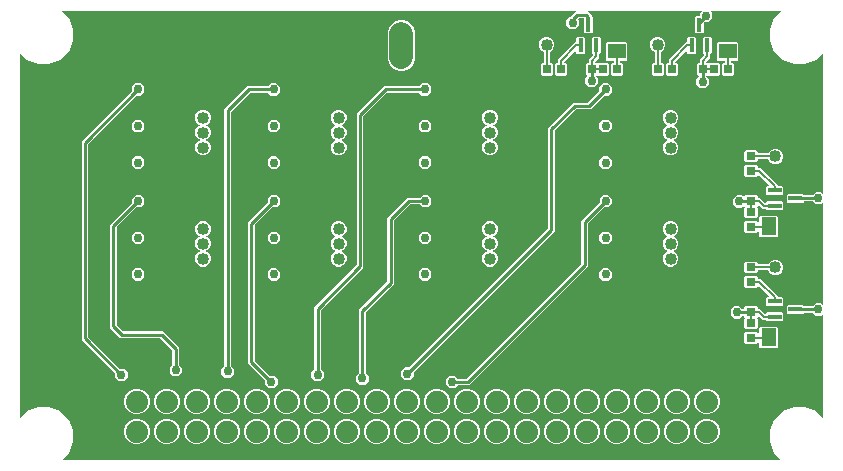
<source format=gbr>
G04 EAGLE Gerber RS-274X export*
G75*
%MOMM*%
%FSLAX34Y34*%
%LPD*%
%INTop Copper*%
%IPPOS*%
%AMOC8*
5,1,8,0,0,1.08239X$1,22.5*%
G01*
%ADD10C,1.879600*%
%ADD11R,1.016000X1.016000*%
%ADD12C,1.016000*%
%ADD13C,2.000000*%
%ADD14R,0.457200X1.168400*%
%ADD15R,0.700000X0.800000*%
%ADD16R,1.500000X1.300000*%
%ADD17R,1.168400X0.457200*%
%ADD18R,0.800000X0.700000*%
%ADD19R,1.300000X1.500000*%
%ADD20C,0.756400*%
%ADD21C,0.254000*%
%ADD22C,0.200000*%

G36*
X654148Y10169D02*
X654148Y10169D01*
X654162Y10167D01*
X654164Y10180D01*
X654185Y10197D01*
X654169Y10218D01*
X654173Y10245D01*
X648670Y15748D01*
X644839Y24995D01*
X644839Y35005D01*
X648670Y44252D01*
X655748Y51330D01*
X664995Y55161D01*
X675005Y55161D01*
X684252Y51330D01*
X689755Y45827D01*
X689769Y45826D01*
X689777Y45815D01*
X689784Y45820D01*
X689785Y45818D01*
X689790Y45818D01*
X689796Y45822D01*
X689814Y45819D01*
X689817Y45838D01*
X689837Y45854D01*
X689834Y45858D01*
X689839Y45862D01*
X689839Y133816D01*
X689831Y133826D01*
X689833Y133840D01*
X689820Y133842D01*
X689803Y133863D01*
X689782Y133847D01*
X689755Y133850D01*
X688198Y132293D01*
X683802Y132293D01*
X681304Y134791D01*
X681278Y134795D01*
X681269Y134805D01*
X673973Y134805D01*
X673952Y134789D01*
X673938Y134791D01*
X673037Y133889D01*
X660089Y133889D01*
X659196Y134782D01*
X659196Y140618D01*
X660089Y141511D01*
X673037Y141511D01*
X673930Y140618D01*
X673930Y140444D01*
X673966Y140397D01*
X673973Y140402D01*
X673979Y140395D01*
X681269Y140395D01*
X681291Y140411D01*
X681304Y140409D01*
X683802Y142907D01*
X688198Y142907D01*
X689755Y141350D01*
X689769Y141348D01*
X689777Y141337D01*
X689787Y141345D01*
X689814Y141342D01*
X689818Y141368D01*
X689839Y141384D01*
X689839Y227916D01*
X689831Y227926D01*
X689833Y227940D01*
X689820Y227942D01*
X689803Y227963D01*
X689782Y227947D01*
X689755Y227950D01*
X688198Y226393D01*
X683802Y226393D01*
X681304Y228891D01*
X681278Y228895D01*
X681269Y228905D01*
X673979Y228905D01*
X673932Y228869D01*
X673937Y228862D01*
X673930Y228856D01*
X673930Y228782D01*
X673037Y227889D01*
X660089Y227889D01*
X659196Y228782D01*
X659196Y234618D01*
X660089Y235511D01*
X673037Y235511D01*
X673930Y234618D01*
X673930Y234544D01*
X673966Y234497D01*
X673973Y234502D01*
X673979Y234495D01*
X681269Y234495D01*
X681291Y234511D01*
X681304Y234509D01*
X683802Y237007D01*
X688198Y237007D01*
X689755Y235450D01*
X689769Y235448D01*
X689777Y235437D01*
X689787Y235445D01*
X689814Y235442D01*
X689818Y235468D01*
X689839Y235484D01*
X689839Y354138D01*
X689831Y354148D01*
X689833Y354162D01*
X689820Y354164D01*
X689803Y354185D01*
X689786Y354172D01*
X689775Y354172D01*
X689773Y354170D01*
X689755Y354173D01*
X684252Y348670D01*
X675005Y344839D01*
X664995Y344839D01*
X655748Y348670D01*
X648670Y355748D01*
X644839Y364995D01*
X644839Y375005D01*
X648670Y384252D01*
X654173Y389755D01*
X654174Y389766D01*
X654175Y389766D01*
X654174Y389767D01*
X654174Y389769D01*
X654185Y389777D01*
X654177Y389787D01*
X654181Y389814D01*
X654154Y389818D01*
X654138Y389839D01*
X594842Y389839D01*
X594832Y389831D01*
X594818Y389833D01*
X594816Y389820D01*
X594795Y389803D01*
X594811Y389782D01*
X594808Y389755D01*
X596307Y388256D01*
X596307Y383860D01*
X593198Y380751D01*
X589666Y380751D01*
X589645Y380735D01*
X589631Y380737D01*
X589125Y380231D01*
X589121Y380204D01*
X589111Y380196D01*
X589111Y372089D01*
X588218Y371196D01*
X582382Y371196D01*
X581489Y372089D01*
X581489Y385037D01*
X582382Y385930D01*
X585644Y385930D01*
X585691Y385966D01*
X585687Y385971D01*
X585691Y385974D01*
X585690Y385976D01*
X585693Y385979D01*
X585693Y388256D01*
X587192Y389755D01*
X587194Y389766D01*
X587195Y389766D01*
X587194Y389767D01*
X587194Y389769D01*
X587205Y389777D01*
X587197Y389787D01*
X587200Y389814D01*
X587174Y389818D01*
X587158Y389839D01*
X490890Y389839D01*
X490879Y389831D01*
X490866Y389833D01*
X490864Y389820D01*
X490843Y389803D01*
X490859Y389782D01*
X490855Y389755D01*
X492467Y388143D01*
X494095Y386516D01*
X494095Y385979D01*
X494131Y385932D01*
X494138Y385937D01*
X494144Y385930D01*
X494218Y385930D01*
X495111Y385037D01*
X495111Y372089D01*
X494218Y371196D01*
X488382Y371196D01*
X487489Y372089D01*
X487489Y384156D01*
X487453Y384203D01*
X487446Y384198D01*
X487440Y384205D01*
X483178Y384205D01*
X483157Y384189D01*
X483143Y384191D01*
X482263Y383311D01*
X482262Y383298D01*
X482253Y383292D01*
X482260Y383284D01*
X482255Y383252D01*
X482265Y383251D01*
X482263Y383241D01*
X483307Y382198D01*
X483307Y377802D01*
X480198Y374693D01*
X475802Y374693D01*
X472693Y377802D01*
X472693Y382198D01*
X475802Y385307D01*
X476334Y385307D01*
X476355Y385323D01*
X476369Y385321D01*
X476857Y385809D01*
X480803Y389755D01*
X480804Y389766D01*
X480805Y389766D01*
X480805Y389767D01*
X480805Y389769D01*
X480815Y389777D01*
X480807Y389787D01*
X480811Y389814D01*
X480784Y389818D01*
X480768Y389839D01*
X45862Y389839D01*
X45852Y389831D01*
X45838Y389833D01*
X45836Y389820D01*
X45815Y389803D01*
X45831Y389782D01*
X45827Y389755D01*
X51330Y384252D01*
X55161Y375005D01*
X55161Y364995D01*
X51330Y355748D01*
X44252Y348670D01*
X35005Y344839D01*
X24995Y344839D01*
X15748Y348670D01*
X10245Y354173D01*
X10231Y354174D01*
X10223Y354185D01*
X10213Y354177D01*
X10186Y354181D01*
X10182Y354154D01*
X10161Y354138D01*
X10161Y45862D01*
X10169Y45852D01*
X10167Y45838D01*
X10180Y45836D01*
X10197Y45815D01*
X10207Y45822D01*
X10210Y45818D01*
X10215Y45818D01*
X10230Y45829D01*
X10245Y45827D01*
X15748Y51330D01*
X24995Y55161D01*
X35005Y55161D01*
X44252Y51330D01*
X51330Y44252D01*
X55161Y35005D01*
X55161Y24995D01*
X51330Y15748D01*
X45827Y10245D01*
X45826Y10231D01*
X45815Y10223D01*
X45823Y10213D01*
X45819Y10186D01*
X45846Y10182D01*
X45862Y10161D01*
X654138Y10161D01*
X654148Y10169D01*
G37*
%LPC*%
G36*
X335802Y77693D02*
X335802Y77693D01*
X332693Y80802D01*
X332693Y85198D01*
X335802Y88307D01*
X339334Y88307D01*
X339355Y88323D01*
X339369Y88321D01*
X457191Y206143D01*
X457193Y206156D01*
X457201Y206162D01*
X457195Y206170D01*
X457205Y206178D01*
X457205Y291158D01*
X478524Y312476D01*
X490822Y312476D01*
X490843Y312492D01*
X490857Y312490D01*
X500679Y322312D01*
X500682Y322336D01*
X500691Y322343D01*
X500690Y322345D01*
X500693Y322347D01*
X500693Y325879D01*
X503802Y328988D01*
X508198Y328988D01*
X511307Y325879D01*
X511307Y321483D01*
X508198Y318375D01*
X504666Y318375D01*
X504645Y318358D01*
X504631Y318360D01*
X493158Y306887D01*
X480859Y306887D01*
X480838Y306870D01*
X480824Y306872D01*
X462809Y288857D01*
X462807Y288838D01*
X462797Y288831D01*
X462800Y288826D01*
X462795Y288822D01*
X462795Y203842D01*
X343321Y84369D01*
X343319Y84352D01*
X343309Y84345D01*
X343313Y84339D01*
X343307Y84334D01*
X343307Y80802D01*
X340198Y77693D01*
X335802Y77693D01*
G37*
%LPD*%
%LPC*%
G36*
X259802Y76693D02*
X259802Y76693D01*
X256693Y79802D01*
X256693Y84198D01*
X259191Y86696D01*
X259195Y86722D01*
X259205Y86730D01*
X259205Y139158D01*
X295191Y175143D01*
X295195Y175170D01*
X295205Y175178D01*
X295205Y303158D01*
X318524Y326476D01*
X348269Y326476D01*
X348291Y326492D01*
X348304Y326490D01*
X350802Y328988D01*
X355198Y328988D01*
X358307Y325879D01*
X358307Y321483D01*
X355198Y318375D01*
X350802Y318375D01*
X348304Y320872D01*
X348280Y320875D01*
X348277Y320879D01*
X348275Y320879D01*
X348269Y320887D01*
X320859Y320887D01*
X320838Y320870D01*
X320824Y320872D01*
X300809Y300857D01*
X300805Y300830D01*
X300795Y300822D01*
X300795Y172842D01*
X264809Y136857D01*
X264808Y136846D01*
X264806Y136845D01*
X264807Y136844D01*
X264805Y136830D01*
X264795Y136822D01*
X264795Y86730D01*
X264811Y86709D01*
X264809Y86696D01*
X267307Y84198D01*
X267307Y79802D01*
X264198Y76693D01*
X259802Y76693D01*
G37*
%LPD*%
%LPC*%
G36*
X93802Y76693D02*
X93802Y76693D01*
X90693Y79802D01*
X90693Y83334D01*
X90677Y83355D01*
X90679Y83369D01*
X62205Y111842D01*
X62205Y279839D01*
X104679Y322312D01*
X104682Y322336D01*
X104691Y322343D01*
X104690Y322345D01*
X104693Y322347D01*
X104693Y325879D01*
X107802Y328988D01*
X112198Y328988D01*
X115307Y325879D01*
X115307Y321483D01*
X112198Y318375D01*
X108666Y318375D01*
X108645Y318358D01*
X108631Y318360D01*
X67809Y277538D01*
X67805Y277511D01*
X67795Y277503D01*
X67795Y114178D01*
X67811Y114157D01*
X67809Y114143D01*
X94631Y87321D01*
X94658Y87317D01*
X94666Y87307D01*
X98198Y87307D01*
X101307Y84198D01*
X101307Y79802D01*
X98198Y76693D01*
X93802Y76693D01*
G37*
%LPD*%
%LPC*%
G36*
X183802Y79693D02*
X183802Y79693D01*
X180693Y82802D01*
X180693Y87198D01*
X183191Y89696D01*
X183195Y89722D01*
X183205Y89731D01*
X183205Y307158D01*
X202524Y326476D01*
X220269Y326476D01*
X220291Y326492D01*
X220304Y326490D01*
X222802Y328988D01*
X227198Y328988D01*
X230307Y325879D01*
X230307Y321483D01*
X227198Y318375D01*
X222802Y318375D01*
X220304Y320872D01*
X220280Y320875D01*
X220277Y320879D01*
X220275Y320879D01*
X220269Y320887D01*
X204859Y320887D01*
X204838Y320870D01*
X204824Y320872D01*
X188809Y304857D01*
X188807Y304844D01*
X188798Y304837D01*
X188804Y304829D01*
X188795Y304822D01*
X188795Y89731D01*
X188811Y89709D01*
X188809Y89696D01*
X191307Y87198D01*
X191307Y82802D01*
X188198Y79693D01*
X183802Y79693D01*
G37*
%LPD*%
%LPC*%
G36*
X373802Y70693D02*
X373802Y70693D01*
X370693Y73802D01*
X370693Y78198D01*
X373802Y81307D01*
X378198Y81307D01*
X380696Y78809D01*
X380722Y78805D01*
X380731Y78795D01*
X387822Y78795D01*
X387843Y78811D01*
X387857Y78809D01*
X485291Y176243D01*
X485293Y176260D01*
X485303Y176268D01*
X485299Y176273D01*
X485305Y176278D01*
X485305Y212280D01*
X500779Y227754D01*
X500782Y227776D01*
X500791Y227783D01*
X500789Y227786D01*
X500793Y227789D01*
X500793Y231321D01*
X503902Y234429D01*
X508298Y234429D01*
X511407Y231321D01*
X511407Y226925D01*
X508298Y223816D01*
X504766Y223816D01*
X504745Y223800D01*
X504731Y223802D01*
X490909Y209980D01*
X490905Y209953D01*
X490895Y209945D01*
X490895Y173942D01*
X390158Y73205D01*
X380731Y73205D01*
X380709Y73189D01*
X380696Y73191D01*
X378198Y70693D01*
X373802Y70693D01*
G37*
%LPD*%
%LPC*%
G36*
X139802Y80693D02*
X139802Y80693D01*
X136693Y83802D01*
X136693Y88198D01*
X139191Y90696D01*
X139193Y90713D01*
X139203Y90720D01*
X139199Y90726D01*
X139205Y90731D01*
X139205Y102822D01*
X139189Y102843D01*
X139191Y102857D01*
X128857Y113191D01*
X128830Y113195D01*
X128822Y113205D01*
X95065Y113205D01*
X86305Y121965D01*
X86305Y209280D01*
X104779Y227754D01*
X104782Y227776D01*
X104791Y227783D01*
X104789Y227786D01*
X104793Y227789D01*
X104793Y231321D01*
X107902Y234429D01*
X112298Y234429D01*
X115407Y231321D01*
X115407Y226925D01*
X112298Y223816D01*
X108766Y223816D01*
X108745Y223800D01*
X108731Y223802D01*
X91909Y206980D01*
X91905Y206953D01*
X91895Y206945D01*
X91895Y124301D01*
X91911Y124279D01*
X91909Y124266D01*
X97366Y118809D01*
X97393Y118805D01*
X97401Y118795D01*
X131158Y118795D01*
X144795Y105158D01*
X144795Y90731D01*
X144811Y90709D01*
X144809Y90696D01*
X147307Y88198D01*
X147307Y83802D01*
X144198Y80693D01*
X139802Y80693D01*
G37*
%LPD*%
%LPC*%
G36*
X297802Y73693D02*
X297802Y73693D01*
X294693Y76802D01*
X294693Y81198D01*
X297191Y83696D01*
X297194Y83720D01*
X297203Y83727D01*
X297202Y83728D01*
X297205Y83731D01*
X297205Y137158D01*
X321191Y161143D01*
X321195Y161170D01*
X321205Y161178D01*
X321205Y215158D01*
X337965Y231917D01*
X348369Y231917D01*
X348391Y231934D01*
X348404Y231932D01*
X350902Y234429D01*
X355298Y234429D01*
X358407Y231321D01*
X358407Y226925D01*
X355298Y223816D01*
X350902Y223816D01*
X348404Y226314D01*
X348380Y226317D01*
X348379Y226319D01*
X348376Y226319D01*
X348369Y226328D01*
X340301Y226328D01*
X340279Y226312D01*
X340266Y226314D01*
X326809Y212857D01*
X326807Y212844D01*
X326799Y212838D01*
X326805Y212830D01*
X326795Y212822D01*
X326795Y158842D01*
X302809Y134857D01*
X302806Y134833D01*
X302797Y134826D01*
X302798Y134824D01*
X302795Y134822D01*
X302795Y83731D01*
X302811Y83709D01*
X302809Y83696D01*
X305307Y81198D01*
X305307Y76802D01*
X302198Y73693D01*
X297802Y73693D01*
G37*
%LPD*%
%LPC*%
G36*
X220802Y70693D02*
X220802Y70693D01*
X217693Y73802D01*
X217693Y77334D01*
X217677Y77355D01*
X217679Y77369D01*
X203205Y91842D01*
X203205Y211180D01*
X219779Y227754D01*
X219782Y227776D01*
X219791Y227783D01*
X219789Y227786D01*
X219793Y227789D01*
X219793Y231321D01*
X222902Y234429D01*
X227298Y234429D01*
X230407Y231321D01*
X230407Y226925D01*
X227298Y223816D01*
X223766Y223816D01*
X223745Y223800D01*
X223731Y223802D01*
X208809Y208880D01*
X208806Y208856D01*
X208797Y208849D01*
X208798Y208847D01*
X208795Y208845D01*
X208795Y94178D01*
X208811Y94157D01*
X208809Y94143D01*
X221631Y81321D01*
X221658Y81317D01*
X221666Y81307D01*
X225198Y81307D01*
X228307Y78198D01*
X228307Y73802D01*
X225198Y70693D01*
X220802Y70693D01*
G37*
%LPD*%
%LPC*%
G36*
X330708Y339475D02*
X330708Y339475D01*
X326472Y341230D01*
X323230Y344472D01*
X321475Y348708D01*
X321475Y373292D01*
X323230Y377528D01*
X326472Y380770D01*
X330708Y382525D01*
X335292Y382525D01*
X339528Y380770D01*
X342770Y377528D01*
X344525Y373292D01*
X344525Y348708D01*
X342770Y344472D01*
X339528Y341230D01*
X335292Y339475D01*
X330708Y339475D01*
G37*
%LPD*%
%LPC*%
G36*
X624368Y120575D02*
X624368Y120575D01*
X623475Y121468D01*
X623475Y129732D01*
X624009Y130265D01*
X624017Y130324D01*
X624008Y130325D01*
X624009Y130335D01*
X623475Y130868D01*
X623475Y132156D01*
X623439Y132203D01*
X623432Y132198D01*
X623426Y132205D01*
X621731Y132205D01*
X621709Y132189D01*
X621696Y132191D01*
X619198Y129693D01*
X614802Y129693D01*
X611693Y132802D01*
X611693Y137198D01*
X614802Y140307D01*
X619198Y140307D01*
X621696Y137809D01*
X621722Y137805D01*
X621731Y137795D01*
X623426Y137795D01*
X623473Y137831D01*
X623468Y137838D01*
X623475Y137844D01*
X623475Y139132D01*
X624368Y140025D01*
X633632Y140025D01*
X634525Y139132D01*
X634525Y137574D01*
X634561Y137527D01*
X634568Y137532D01*
X634574Y137525D01*
X637046Y137525D01*
X640831Y133739D01*
X640857Y133736D01*
X640862Y133729D01*
X640863Y133729D01*
X640866Y133725D01*
X641621Y133725D01*
X641668Y133761D01*
X641666Y133763D01*
X641668Y133765D01*
X641665Y133770D01*
X641670Y133774D01*
X641670Y134118D01*
X642563Y135011D01*
X655511Y135011D01*
X656404Y134118D01*
X656404Y128282D01*
X655511Y127389D01*
X642563Y127389D01*
X641670Y128282D01*
X641670Y128626D01*
X641634Y128673D01*
X641627Y128668D01*
X641621Y128675D01*
X638754Y128675D01*
X634969Y132461D01*
X634942Y132465D01*
X634934Y132475D01*
X634574Y132475D01*
X634527Y132439D01*
X634532Y132432D01*
X634525Y132426D01*
X634525Y130868D01*
X633991Y130335D01*
X633983Y130276D01*
X633992Y130275D01*
X633991Y130265D01*
X634525Y129732D01*
X634525Y121468D01*
X633632Y120575D01*
X624368Y120575D01*
G37*
%LPD*%
%LPC*%
G36*
X585802Y324693D02*
X585802Y324693D01*
X582693Y327802D01*
X582693Y332198D01*
X585191Y334696D01*
X585195Y334722D01*
X585205Y334731D01*
X585205Y335426D01*
X585169Y335473D01*
X585162Y335468D01*
X585156Y335475D01*
X583868Y335475D01*
X582975Y336368D01*
X582975Y345632D01*
X583868Y346525D01*
X585426Y346525D01*
X585473Y346561D01*
X585468Y346568D01*
X585475Y346574D01*
X585475Y349046D01*
X589261Y352831D01*
X589265Y352858D01*
X589275Y352866D01*
X589275Y353621D01*
X589239Y353668D01*
X589232Y353663D01*
X589226Y353670D01*
X588882Y353670D01*
X587989Y354563D01*
X587989Y367511D01*
X588882Y368404D01*
X594718Y368404D01*
X595611Y367511D01*
X595611Y354563D01*
X594718Y353670D01*
X594374Y353670D01*
X594327Y353634D01*
X594332Y353627D01*
X594325Y353621D01*
X594325Y350754D01*
X590539Y346969D01*
X590537Y346954D01*
X590527Y346946D01*
X590532Y346939D01*
X590525Y346934D01*
X590525Y346574D01*
X590561Y346527D01*
X590568Y346532D01*
X590574Y346525D01*
X592132Y346525D01*
X592665Y345991D01*
X592724Y345983D01*
X592725Y345992D01*
X592735Y345991D01*
X593268Y346525D01*
X601532Y346525D01*
X602425Y345632D01*
X602425Y336368D01*
X601532Y335475D01*
X593268Y335475D01*
X592735Y336009D01*
X592676Y336017D01*
X592675Y336008D01*
X592665Y336009D01*
X592132Y335475D01*
X590844Y335475D01*
X590797Y335439D01*
X590802Y335432D01*
X590795Y335426D01*
X590795Y334731D01*
X590811Y334709D01*
X590809Y334696D01*
X593307Y332198D01*
X593307Y327802D01*
X590198Y324693D01*
X585802Y324693D01*
G37*
%LPD*%
%LPC*%
G36*
X491802Y325693D02*
X491802Y325693D01*
X488693Y328802D01*
X488693Y333198D01*
X490886Y335391D01*
X490888Y335405D01*
X490899Y335413D01*
X490891Y335423D01*
X490894Y335450D01*
X490868Y335454D01*
X490852Y335475D01*
X489868Y335475D01*
X488975Y336368D01*
X488975Y345632D01*
X489868Y346525D01*
X491426Y346525D01*
X491473Y346561D01*
X491468Y346568D01*
X491475Y346574D01*
X491475Y349046D01*
X495261Y352831D01*
X495265Y352858D01*
X495275Y352866D01*
X495275Y353621D01*
X495239Y353668D01*
X495232Y353663D01*
X495226Y353670D01*
X494882Y353670D01*
X493989Y354563D01*
X493989Y367511D01*
X494882Y368404D01*
X500718Y368404D01*
X501611Y367511D01*
X501611Y354563D01*
X500718Y353670D01*
X500374Y353670D01*
X500327Y353634D01*
X500332Y353627D01*
X500325Y353621D01*
X500325Y350754D01*
X496539Y346969D01*
X496537Y346954D01*
X496527Y346946D01*
X496532Y346939D01*
X496525Y346934D01*
X496525Y346574D01*
X496561Y346527D01*
X496568Y346532D01*
X496574Y346525D01*
X498132Y346525D01*
X498665Y345991D01*
X498724Y345983D01*
X498725Y345992D01*
X498735Y345991D01*
X499268Y346525D01*
X507532Y346525D01*
X508425Y345632D01*
X508425Y336368D01*
X507532Y335475D01*
X499268Y335475D01*
X498735Y336009D01*
X498676Y336017D01*
X498675Y336008D01*
X498665Y336009D01*
X498132Y335475D01*
X497148Y335475D01*
X497138Y335467D01*
X497124Y335469D01*
X497122Y335456D01*
X497101Y335439D01*
X497117Y335418D01*
X497114Y335391D01*
X499307Y333198D01*
X499307Y328802D01*
X496198Y325693D01*
X491802Y325693D01*
G37*
%LPD*%
%LPC*%
G36*
X624368Y214575D02*
X624368Y214575D01*
X623475Y215468D01*
X623475Y223732D01*
X624009Y224265D01*
X624011Y224278D01*
X624021Y224286D01*
X624013Y224297D01*
X624017Y224324D01*
X624008Y224325D01*
X624009Y224335D01*
X623475Y224868D01*
X623475Y225852D01*
X623467Y225862D01*
X623469Y225876D01*
X623456Y225878D01*
X623439Y225899D01*
X623418Y225883D01*
X623391Y225886D01*
X621198Y223693D01*
X616802Y223693D01*
X613693Y226802D01*
X613693Y231198D01*
X616802Y234307D01*
X621198Y234307D01*
X623391Y232114D01*
X623405Y232112D01*
X623413Y232101D01*
X623423Y232109D01*
X623450Y232106D01*
X623454Y232132D01*
X623475Y232148D01*
X623475Y233132D01*
X624368Y234025D01*
X633632Y234025D01*
X634525Y233132D01*
X634525Y231574D01*
X634561Y231527D01*
X634568Y231532D01*
X634574Y231525D01*
X637046Y231525D01*
X640831Y227739D01*
X640858Y227735D01*
X640866Y227725D01*
X641621Y227725D01*
X641668Y227761D01*
X641663Y227768D01*
X641670Y227774D01*
X641670Y228118D01*
X642563Y229011D01*
X655511Y229011D01*
X656404Y228118D01*
X656404Y222282D01*
X655511Y221389D01*
X642563Y221389D01*
X641670Y222282D01*
X641670Y222626D01*
X641634Y222673D01*
X641627Y222668D01*
X641621Y222675D01*
X638754Y222675D01*
X634969Y226461D01*
X634944Y226464D01*
X634942Y226467D01*
X634940Y226467D01*
X634934Y226475D01*
X634574Y226475D01*
X634527Y226439D01*
X634531Y226434D01*
X634527Y226431D01*
X634528Y226429D01*
X634525Y226426D01*
X634525Y224868D01*
X633991Y224335D01*
X633989Y224321D01*
X633979Y224313D01*
X633987Y224303D01*
X633983Y224276D01*
X633992Y224275D01*
X633991Y224265D01*
X634525Y223732D01*
X634525Y215468D01*
X633632Y214575D01*
X624368Y214575D01*
G37*
%LPD*%
%LPC*%
G36*
X559686Y267862D02*
X559686Y267862D01*
X557259Y268867D01*
X555401Y270725D01*
X554395Y273153D01*
X554395Y275780D01*
X555401Y278208D01*
X557259Y280066D01*
X558961Y280771D01*
X558968Y280783D01*
X558981Y280786D01*
X558978Y280799D01*
X558991Y280822D01*
X558968Y280836D01*
X558961Y280862D01*
X557259Y281567D01*
X555401Y283425D01*
X554395Y285853D01*
X554395Y288480D01*
X555401Y290908D01*
X557259Y292766D01*
X558655Y293344D01*
X558662Y293356D01*
X558675Y293359D01*
X558671Y293372D01*
X558685Y293395D01*
X558662Y293409D01*
X558655Y293435D01*
X557259Y294013D01*
X555401Y295871D01*
X554395Y298299D01*
X554395Y300926D01*
X555401Y303354D01*
X557259Y305212D01*
X559686Y306217D01*
X562314Y306217D01*
X564741Y305212D01*
X566599Y303354D01*
X567605Y300926D01*
X567605Y298299D01*
X566599Y295871D01*
X564741Y294013D01*
X563345Y293435D01*
X563338Y293423D01*
X563325Y293420D01*
X563329Y293407D01*
X563315Y293384D01*
X563338Y293370D01*
X563345Y293344D01*
X564741Y292766D01*
X566599Y290908D01*
X567605Y288480D01*
X567605Y285853D01*
X566599Y283425D01*
X564741Y281567D01*
X563039Y280862D01*
X563032Y280850D01*
X563019Y280847D01*
X563022Y280834D01*
X563009Y280811D01*
X563032Y280797D01*
X563039Y280771D01*
X564741Y280066D01*
X566599Y278208D01*
X567605Y275780D01*
X567605Y273153D01*
X566599Y270725D01*
X564741Y268867D01*
X562314Y267862D01*
X559686Y267862D01*
G37*
%LPD*%
%LPC*%
G36*
X406686Y267862D02*
X406686Y267862D01*
X404259Y268867D01*
X402401Y270725D01*
X401395Y273153D01*
X401395Y275780D01*
X402401Y278208D01*
X404259Y280066D01*
X405961Y280771D01*
X405968Y280783D01*
X405981Y280786D01*
X405978Y280799D01*
X405991Y280822D01*
X405968Y280836D01*
X405961Y280862D01*
X404259Y281567D01*
X402401Y283425D01*
X401395Y285853D01*
X401395Y288480D01*
X402401Y290908D01*
X404259Y292766D01*
X405655Y293344D01*
X405662Y293356D01*
X405675Y293359D01*
X405671Y293372D01*
X405685Y293395D01*
X405662Y293409D01*
X405655Y293435D01*
X404259Y294013D01*
X402401Y295871D01*
X401395Y298299D01*
X401395Y300926D01*
X402401Y303354D01*
X404259Y305212D01*
X406686Y306217D01*
X409314Y306217D01*
X411741Y305212D01*
X413599Y303354D01*
X414605Y300926D01*
X414605Y298299D01*
X413599Y295871D01*
X411741Y294013D01*
X410345Y293435D01*
X410338Y293423D01*
X410325Y293420D01*
X410329Y293407D01*
X410315Y293384D01*
X410338Y293370D01*
X410345Y293344D01*
X411741Y292766D01*
X413599Y290908D01*
X414605Y288480D01*
X414605Y285853D01*
X413599Y283425D01*
X411741Y281567D01*
X410039Y280862D01*
X410032Y280850D01*
X410019Y280847D01*
X410022Y280834D01*
X410009Y280811D01*
X410032Y280797D01*
X410039Y280771D01*
X411741Y280066D01*
X413599Y278208D01*
X414605Y275780D01*
X414605Y273153D01*
X413599Y270725D01*
X411741Y268867D01*
X409314Y267862D01*
X406686Y267862D01*
G37*
%LPD*%
%LPC*%
G36*
X278686Y267862D02*
X278686Y267862D01*
X276259Y268867D01*
X274401Y270725D01*
X273395Y273153D01*
X273395Y275780D01*
X274401Y278208D01*
X276259Y280066D01*
X277961Y280771D01*
X277968Y280783D01*
X277981Y280786D01*
X277978Y280799D01*
X277991Y280822D01*
X277968Y280836D01*
X277961Y280862D01*
X276259Y281567D01*
X274401Y283425D01*
X273395Y285853D01*
X273395Y288480D01*
X274401Y290908D01*
X276259Y292766D01*
X277655Y293344D01*
X277662Y293356D01*
X277675Y293359D01*
X277671Y293372D01*
X277685Y293395D01*
X277662Y293409D01*
X277655Y293435D01*
X276259Y294013D01*
X274401Y295871D01*
X273395Y298299D01*
X273395Y300926D01*
X274401Y303354D01*
X276259Y305212D01*
X278686Y306217D01*
X281314Y306217D01*
X283741Y305212D01*
X285599Y303354D01*
X286605Y300926D01*
X286605Y298299D01*
X285599Y295871D01*
X283741Y294013D01*
X282345Y293435D01*
X282338Y293423D01*
X282325Y293420D01*
X282329Y293407D01*
X282315Y293384D01*
X282338Y293370D01*
X282345Y293344D01*
X283741Y292766D01*
X285599Y290908D01*
X286605Y288480D01*
X286605Y285853D01*
X285599Y283425D01*
X283741Y281567D01*
X282039Y280862D01*
X282032Y280850D01*
X282019Y280847D01*
X282022Y280834D01*
X282009Y280811D01*
X282032Y280797D01*
X282039Y280771D01*
X283741Y280066D01*
X285599Y278208D01*
X286605Y275780D01*
X286605Y273153D01*
X285599Y270725D01*
X283741Y268867D01*
X281314Y267862D01*
X278686Y267862D01*
G37*
%LPD*%
%LPC*%
G36*
X163686Y267862D02*
X163686Y267862D01*
X161259Y268867D01*
X159401Y270725D01*
X158395Y273153D01*
X158395Y275780D01*
X159401Y278208D01*
X161259Y280066D01*
X162961Y280771D01*
X162968Y280783D01*
X162981Y280786D01*
X162978Y280799D01*
X162991Y280822D01*
X162968Y280836D01*
X162961Y280862D01*
X161259Y281567D01*
X159401Y283425D01*
X158395Y285853D01*
X158395Y288480D01*
X159401Y290908D01*
X161259Y292766D01*
X162655Y293344D01*
X162662Y293356D01*
X162675Y293359D01*
X162671Y293372D01*
X162685Y293395D01*
X162662Y293409D01*
X162655Y293435D01*
X161259Y294013D01*
X159401Y295871D01*
X158395Y298299D01*
X158395Y300926D01*
X159401Y303354D01*
X161259Y305212D01*
X163686Y306217D01*
X166314Y306217D01*
X168741Y305212D01*
X170599Y303354D01*
X171605Y300926D01*
X171605Y298299D01*
X170599Y295871D01*
X168741Y294013D01*
X167345Y293435D01*
X167338Y293423D01*
X167325Y293420D01*
X167329Y293407D01*
X167315Y293384D01*
X167338Y293370D01*
X167345Y293344D01*
X168741Y292766D01*
X170599Y290908D01*
X171605Y288480D01*
X171605Y285853D01*
X170599Y283425D01*
X168741Y281567D01*
X167039Y280862D01*
X167032Y280850D01*
X167019Y280847D01*
X167022Y280834D01*
X167009Y280811D01*
X167032Y280797D01*
X167039Y280771D01*
X168741Y280066D01*
X170599Y278208D01*
X171605Y275780D01*
X171605Y273153D01*
X170599Y270725D01*
X168741Y268867D01*
X166314Y267862D01*
X163686Y267862D01*
G37*
%LPD*%
%LPC*%
G36*
X406686Y173803D02*
X406686Y173803D01*
X404259Y174809D01*
X402401Y176667D01*
X401395Y179094D01*
X401395Y181722D01*
X402401Y184149D01*
X404259Y186007D01*
X405961Y186713D01*
X405968Y186724D01*
X405981Y186728D01*
X405978Y186741D01*
X405991Y186764D01*
X405968Y186777D01*
X405961Y186804D01*
X404259Y187509D01*
X402401Y189367D01*
X401395Y191794D01*
X401395Y194422D01*
X402401Y196849D01*
X404259Y198707D01*
X405655Y199286D01*
X405662Y199297D01*
X405675Y199301D01*
X405672Y199310D01*
X405681Y199317D01*
X405676Y199323D01*
X405685Y199337D01*
X405662Y199350D01*
X405655Y199377D01*
X404259Y199955D01*
X402401Y201813D01*
X401395Y204240D01*
X401395Y206868D01*
X402401Y209295D01*
X404259Y211153D01*
X406686Y212159D01*
X409314Y212159D01*
X411741Y211153D01*
X413599Y209295D01*
X414605Y206868D01*
X414605Y204240D01*
X413599Y201813D01*
X411741Y199955D01*
X410345Y199377D01*
X410338Y199365D01*
X410325Y199361D01*
X410328Y199350D01*
X410319Y199343D01*
X410323Y199338D01*
X410315Y199325D01*
X410338Y199312D01*
X410345Y199286D01*
X411741Y198707D01*
X413599Y196849D01*
X414605Y194422D01*
X414605Y191794D01*
X413599Y189367D01*
X411741Y187509D01*
X410039Y186804D01*
X410032Y186792D01*
X410019Y186788D01*
X410022Y186775D01*
X410009Y186752D01*
X410032Y186739D01*
X410039Y186713D01*
X411741Y186007D01*
X413599Y184149D01*
X414605Y181722D01*
X414605Y179094D01*
X413599Y176667D01*
X411741Y174809D01*
X409314Y173803D01*
X406686Y173803D01*
G37*
%LPD*%
%LPC*%
G36*
X559686Y173803D02*
X559686Y173803D01*
X557259Y174809D01*
X555401Y176667D01*
X554395Y179094D01*
X554395Y181722D01*
X555401Y184149D01*
X557259Y186007D01*
X558961Y186713D01*
X558968Y186724D01*
X558981Y186728D01*
X558978Y186741D01*
X558991Y186764D01*
X558968Y186777D01*
X558961Y186804D01*
X557259Y187509D01*
X555401Y189367D01*
X554395Y191794D01*
X554395Y194422D01*
X555401Y196849D01*
X557259Y198707D01*
X558655Y199286D01*
X558662Y199297D01*
X558675Y199301D01*
X558672Y199310D01*
X558681Y199317D01*
X558676Y199323D01*
X558685Y199337D01*
X558662Y199350D01*
X558655Y199377D01*
X557259Y199955D01*
X555401Y201813D01*
X554395Y204240D01*
X554395Y206868D01*
X555401Y209295D01*
X557259Y211153D01*
X559686Y212159D01*
X562314Y212159D01*
X564741Y211153D01*
X566599Y209295D01*
X567605Y206868D01*
X567605Y204240D01*
X566599Y201813D01*
X564741Y199955D01*
X563345Y199377D01*
X563338Y199365D01*
X563325Y199361D01*
X563328Y199350D01*
X563319Y199343D01*
X563323Y199338D01*
X563315Y199325D01*
X563338Y199312D01*
X563345Y199286D01*
X564741Y198707D01*
X566599Y196849D01*
X567605Y194422D01*
X567605Y191794D01*
X566599Y189367D01*
X564741Y187509D01*
X563039Y186804D01*
X563032Y186792D01*
X563019Y186788D01*
X563022Y186775D01*
X563009Y186752D01*
X563032Y186739D01*
X563039Y186713D01*
X564741Y186007D01*
X566599Y184149D01*
X567605Y181722D01*
X567605Y179094D01*
X566599Y176667D01*
X564741Y174809D01*
X562314Y173803D01*
X559686Y173803D01*
G37*
%LPD*%
%LPC*%
G36*
X163686Y173803D02*
X163686Y173803D01*
X161259Y174809D01*
X159401Y176667D01*
X158395Y179094D01*
X158395Y181722D01*
X159401Y184149D01*
X161259Y186007D01*
X162961Y186713D01*
X162968Y186724D01*
X162981Y186728D01*
X162978Y186741D01*
X162991Y186764D01*
X162968Y186777D01*
X162961Y186804D01*
X161259Y187509D01*
X159401Y189367D01*
X158395Y191794D01*
X158395Y194422D01*
X159401Y196849D01*
X161259Y198707D01*
X162655Y199286D01*
X162662Y199297D01*
X162675Y199301D01*
X162672Y199310D01*
X162681Y199317D01*
X162676Y199323D01*
X162685Y199337D01*
X162662Y199350D01*
X162655Y199377D01*
X161259Y199955D01*
X159401Y201813D01*
X158395Y204240D01*
X158395Y206868D01*
X159401Y209295D01*
X161259Y211153D01*
X163686Y212159D01*
X166314Y212159D01*
X168741Y211153D01*
X170599Y209295D01*
X171605Y206868D01*
X171605Y204240D01*
X170599Y201813D01*
X168741Y199955D01*
X167345Y199377D01*
X167338Y199365D01*
X167325Y199361D01*
X167328Y199350D01*
X167319Y199343D01*
X167323Y199338D01*
X167315Y199325D01*
X167338Y199312D01*
X167345Y199286D01*
X168741Y198707D01*
X170599Y196849D01*
X171605Y194422D01*
X171605Y191794D01*
X170599Y189367D01*
X168741Y187509D01*
X167039Y186804D01*
X167032Y186792D01*
X167019Y186788D01*
X167022Y186775D01*
X167009Y186752D01*
X167032Y186739D01*
X167039Y186713D01*
X168741Y186007D01*
X170599Y184149D01*
X171605Y181722D01*
X171605Y179094D01*
X170599Y176667D01*
X168741Y174809D01*
X166314Y173803D01*
X163686Y173803D01*
G37*
%LPD*%
%LPC*%
G36*
X278686Y173803D02*
X278686Y173803D01*
X276259Y174809D01*
X274401Y176667D01*
X273395Y179094D01*
X273395Y181722D01*
X274401Y184149D01*
X276259Y186007D01*
X277961Y186713D01*
X277968Y186724D01*
X277981Y186728D01*
X277978Y186741D01*
X277991Y186764D01*
X277968Y186777D01*
X277961Y186804D01*
X276259Y187509D01*
X274401Y189367D01*
X273395Y191794D01*
X273395Y194422D01*
X274401Y196849D01*
X276259Y198707D01*
X277655Y199286D01*
X277662Y199297D01*
X277675Y199301D01*
X277672Y199310D01*
X277681Y199317D01*
X277676Y199323D01*
X277685Y199337D01*
X277662Y199350D01*
X277655Y199377D01*
X276259Y199955D01*
X274401Y201813D01*
X273395Y204240D01*
X273395Y206868D01*
X274401Y209295D01*
X276259Y211153D01*
X278686Y212159D01*
X281314Y212159D01*
X283741Y211153D01*
X285599Y209295D01*
X286605Y206868D01*
X286605Y204240D01*
X285599Y201813D01*
X283741Y199955D01*
X282345Y199377D01*
X282338Y199365D01*
X282325Y199361D01*
X282328Y199350D01*
X282319Y199343D01*
X282323Y199338D01*
X282315Y199325D01*
X282338Y199312D01*
X282345Y199286D01*
X283741Y198707D01*
X285599Y196849D01*
X286605Y194422D01*
X286605Y191794D01*
X285599Y189367D01*
X283741Y187509D01*
X282039Y186804D01*
X282032Y186792D01*
X282019Y186788D01*
X282022Y186775D01*
X282009Y186752D01*
X282032Y186739D01*
X282039Y186713D01*
X283741Y186007D01*
X285599Y184149D01*
X286605Y181722D01*
X286605Y179094D01*
X285599Y176667D01*
X283741Y174809D01*
X281314Y173803D01*
X278686Y173803D01*
G37*
%LPD*%
%LPC*%
G36*
X636968Y198775D02*
X636968Y198775D01*
X636075Y199668D01*
X636075Y205026D01*
X636039Y205073D01*
X636032Y205068D01*
X636026Y205075D01*
X634574Y205075D01*
X634527Y205039D01*
X634532Y205032D01*
X634525Y205026D01*
X634525Y203468D01*
X633632Y202575D01*
X624368Y202575D01*
X623475Y203468D01*
X623475Y211732D01*
X624368Y212625D01*
X633632Y212625D01*
X634525Y211732D01*
X634525Y210174D01*
X634561Y210127D01*
X634568Y210132D01*
X634574Y210125D01*
X636026Y210125D01*
X636073Y210161D01*
X636068Y210168D01*
X636075Y210174D01*
X636075Y215932D01*
X636968Y216825D01*
X651232Y216825D01*
X652125Y215932D01*
X652125Y199668D01*
X651232Y198775D01*
X636968Y198775D01*
G37*
%LPD*%
%LPC*%
G36*
X636968Y104775D02*
X636968Y104775D01*
X636075Y105668D01*
X636075Y111026D01*
X636039Y111073D01*
X636032Y111068D01*
X636026Y111075D01*
X634574Y111075D01*
X634527Y111039D01*
X634527Y111038D01*
X634532Y111031D01*
X634525Y111026D01*
X634525Y109468D01*
X633632Y108575D01*
X624368Y108575D01*
X623475Y109468D01*
X623475Y117732D01*
X624368Y118625D01*
X633632Y118625D01*
X634525Y117732D01*
X634525Y116174D01*
X634561Y116127D01*
X634568Y116132D01*
X634574Y116125D01*
X636026Y116125D01*
X636073Y116161D01*
X636068Y116168D01*
X636075Y116174D01*
X636075Y121932D01*
X636968Y122825D01*
X651232Y122825D01*
X652125Y121932D01*
X652125Y105668D01*
X651232Y104775D01*
X636968Y104775D01*
G37*
%LPD*%
%LPC*%
G36*
X511268Y335475D02*
X511268Y335475D01*
X510375Y336368D01*
X510375Y345632D01*
X511268Y346525D01*
X512826Y346525D01*
X512873Y346561D01*
X512868Y346568D01*
X512875Y346574D01*
X512875Y348026D01*
X512839Y348073D01*
X512832Y348068D01*
X512826Y348075D01*
X507068Y348075D01*
X506175Y348968D01*
X506175Y363232D01*
X507068Y364125D01*
X523332Y364125D01*
X524225Y363232D01*
X524225Y348968D01*
X523332Y348075D01*
X517974Y348075D01*
X517927Y348039D01*
X517932Y348033D01*
X517927Y348029D01*
X517927Y348028D01*
X517925Y348026D01*
X517925Y346574D01*
X517961Y346527D01*
X517968Y346532D01*
X517974Y346525D01*
X519532Y346525D01*
X520425Y345632D01*
X520425Y336368D01*
X519532Y335475D01*
X511268Y335475D01*
G37*
%LPD*%
%LPC*%
G36*
X605268Y335475D02*
X605268Y335475D01*
X604375Y336368D01*
X604375Y345632D01*
X605268Y346525D01*
X606826Y346525D01*
X606873Y346561D01*
X606868Y346568D01*
X606875Y346574D01*
X606875Y348026D01*
X606839Y348073D01*
X606832Y348068D01*
X606826Y348075D01*
X601068Y348075D01*
X600175Y348968D01*
X600175Y363232D01*
X601068Y364125D01*
X617332Y364125D01*
X618225Y363232D01*
X618225Y348968D01*
X617332Y348075D01*
X611974Y348075D01*
X611927Y348039D01*
X611932Y348033D01*
X611927Y348029D01*
X611927Y348028D01*
X611925Y348026D01*
X611925Y346574D01*
X611961Y346527D01*
X611968Y346532D01*
X611974Y346525D01*
X613532Y346525D01*
X614425Y345632D01*
X614425Y336368D01*
X613532Y335475D01*
X605268Y335475D01*
G37*
%LPD*%
%LPC*%
G36*
X564027Y23177D02*
X564027Y23177D01*
X560013Y24840D01*
X556940Y27913D01*
X555277Y31927D01*
X555277Y36273D01*
X556940Y40287D01*
X560013Y43360D01*
X564027Y45023D01*
X568373Y45023D01*
X572387Y43360D01*
X575460Y40287D01*
X577123Y36273D01*
X577123Y31927D01*
X575460Y27913D01*
X572387Y24840D01*
X568373Y23177D01*
X564027Y23177D01*
G37*
%LPD*%
%LPC*%
G36*
X538627Y23177D02*
X538627Y23177D01*
X534613Y24840D01*
X531540Y27913D01*
X529877Y31927D01*
X529877Y36273D01*
X531540Y40287D01*
X534613Y43360D01*
X538627Y45023D01*
X542973Y45023D01*
X546987Y43360D01*
X550060Y40287D01*
X551723Y36273D01*
X551723Y31927D01*
X550060Y27913D01*
X546987Y24840D01*
X542973Y23177D01*
X538627Y23177D01*
G37*
%LPD*%
%LPC*%
G36*
X513227Y23177D02*
X513227Y23177D01*
X509213Y24840D01*
X506140Y27913D01*
X504477Y31927D01*
X504477Y36273D01*
X506140Y40287D01*
X509213Y43360D01*
X513227Y45023D01*
X517573Y45023D01*
X521587Y43360D01*
X524660Y40287D01*
X526323Y36273D01*
X526323Y31927D01*
X524660Y27913D01*
X521587Y24840D01*
X517573Y23177D01*
X513227Y23177D01*
G37*
%LPD*%
%LPC*%
G36*
X487827Y23177D02*
X487827Y23177D01*
X483813Y24840D01*
X480740Y27913D01*
X479077Y31927D01*
X479077Y36273D01*
X480740Y40287D01*
X483813Y43360D01*
X487827Y45023D01*
X492173Y45023D01*
X496187Y43360D01*
X499260Y40287D01*
X500923Y36273D01*
X500923Y31927D01*
X499260Y27913D01*
X496187Y24840D01*
X492173Y23177D01*
X487827Y23177D01*
G37*
%LPD*%
%LPC*%
G36*
X462427Y23177D02*
X462427Y23177D01*
X458413Y24840D01*
X455340Y27913D01*
X453677Y31927D01*
X453677Y36273D01*
X455340Y40287D01*
X458413Y43360D01*
X462427Y45023D01*
X466773Y45023D01*
X470787Y43360D01*
X473860Y40287D01*
X475523Y36273D01*
X475523Y31927D01*
X473860Y27913D01*
X470787Y24840D01*
X466773Y23177D01*
X462427Y23177D01*
G37*
%LPD*%
%LPC*%
G36*
X437027Y23177D02*
X437027Y23177D01*
X433013Y24840D01*
X429940Y27913D01*
X428277Y31927D01*
X428277Y36273D01*
X429940Y40287D01*
X433013Y43360D01*
X437027Y45023D01*
X441373Y45023D01*
X445387Y43360D01*
X448460Y40287D01*
X450123Y36273D01*
X450123Y31927D01*
X448460Y27913D01*
X445387Y24840D01*
X441373Y23177D01*
X437027Y23177D01*
G37*
%LPD*%
%LPC*%
G36*
X411627Y23177D02*
X411627Y23177D01*
X407613Y24840D01*
X404540Y27913D01*
X402877Y31927D01*
X402877Y36273D01*
X404540Y40287D01*
X407613Y43360D01*
X411627Y45023D01*
X415973Y45023D01*
X419987Y43360D01*
X423060Y40287D01*
X424723Y36273D01*
X424723Y31927D01*
X423060Y27913D01*
X419987Y24840D01*
X415973Y23177D01*
X411627Y23177D01*
G37*
%LPD*%
%LPC*%
G36*
X386227Y23177D02*
X386227Y23177D01*
X382213Y24840D01*
X379140Y27913D01*
X377477Y31927D01*
X377477Y36273D01*
X379140Y40287D01*
X382213Y43360D01*
X386227Y45023D01*
X390573Y45023D01*
X394587Y43360D01*
X397660Y40287D01*
X399323Y36273D01*
X399323Y31927D01*
X397660Y27913D01*
X394587Y24840D01*
X390573Y23177D01*
X386227Y23177D01*
G37*
%LPD*%
%LPC*%
G36*
X360827Y23177D02*
X360827Y23177D01*
X356813Y24840D01*
X353740Y27913D01*
X352077Y31927D01*
X352077Y36273D01*
X353740Y40287D01*
X356813Y43360D01*
X360827Y45023D01*
X365173Y45023D01*
X369187Y43360D01*
X372260Y40287D01*
X373923Y36273D01*
X373923Y31927D01*
X372260Y27913D01*
X369187Y24840D01*
X365173Y23177D01*
X360827Y23177D01*
G37*
%LPD*%
%LPC*%
G36*
X335427Y23177D02*
X335427Y23177D01*
X331413Y24840D01*
X328340Y27913D01*
X326677Y31927D01*
X326677Y36273D01*
X328340Y40287D01*
X331413Y43360D01*
X335427Y45023D01*
X339773Y45023D01*
X343787Y43360D01*
X346860Y40287D01*
X348523Y36273D01*
X348523Y31927D01*
X346860Y27913D01*
X343787Y24840D01*
X339773Y23177D01*
X335427Y23177D01*
G37*
%LPD*%
%LPC*%
G36*
X310027Y23177D02*
X310027Y23177D01*
X306013Y24840D01*
X302940Y27913D01*
X301277Y31927D01*
X301277Y36273D01*
X302940Y40287D01*
X306013Y43360D01*
X310027Y45023D01*
X314373Y45023D01*
X318387Y43360D01*
X321460Y40287D01*
X323123Y36273D01*
X323123Y31927D01*
X321460Y27913D01*
X318387Y24840D01*
X314373Y23177D01*
X310027Y23177D01*
G37*
%LPD*%
%LPC*%
G36*
X284627Y23177D02*
X284627Y23177D01*
X280613Y24840D01*
X277540Y27913D01*
X275877Y31927D01*
X275877Y36273D01*
X277540Y40287D01*
X280613Y43360D01*
X284627Y45023D01*
X288973Y45023D01*
X292987Y43360D01*
X296060Y40287D01*
X297723Y36273D01*
X297723Y31927D01*
X296060Y27913D01*
X292987Y24840D01*
X288973Y23177D01*
X284627Y23177D01*
G37*
%LPD*%
%LPC*%
G36*
X259227Y23177D02*
X259227Y23177D01*
X255213Y24840D01*
X252140Y27913D01*
X250477Y31927D01*
X250477Y36273D01*
X252140Y40287D01*
X255213Y43360D01*
X259227Y45023D01*
X263573Y45023D01*
X267587Y43360D01*
X270660Y40287D01*
X272323Y36273D01*
X272323Y31927D01*
X270660Y27913D01*
X267587Y24840D01*
X263573Y23177D01*
X259227Y23177D01*
G37*
%LPD*%
%LPC*%
G36*
X233827Y23177D02*
X233827Y23177D01*
X229813Y24840D01*
X226740Y27913D01*
X225077Y31927D01*
X225077Y36273D01*
X226740Y40287D01*
X229813Y43360D01*
X233827Y45023D01*
X238173Y45023D01*
X242187Y43360D01*
X245260Y40287D01*
X246923Y36273D01*
X246923Y31927D01*
X245260Y27913D01*
X242187Y24840D01*
X238173Y23177D01*
X233827Y23177D01*
G37*
%LPD*%
%LPC*%
G36*
X208427Y23177D02*
X208427Y23177D01*
X204413Y24840D01*
X201340Y27913D01*
X199677Y31927D01*
X199677Y36273D01*
X201340Y40287D01*
X204413Y43360D01*
X208427Y45023D01*
X212773Y45023D01*
X216787Y43360D01*
X219860Y40287D01*
X221523Y36273D01*
X221523Y31927D01*
X219860Y27913D01*
X216787Y24840D01*
X212773Y23177D01*
X208427Y23177D01*
G37*
%LPD*%
%LPC*%
G36*
X183027Y23177D02*
X183027Y23177D01*
X179013Y24840D01*
X175940Y27913D01*
X174277Y31927D01*
X174277Y36273D01*
X175940Y40287D01*
X179013Y43360D01*
X183027Y45023D01*
X187373Y45023D01*
X191387Y43360D01*
X194460Y40287D01*
X196123Y36273D01*
X196123Y31927D01*
X194460Y27913D01*
X191387Y24840D01*
X187373Y23177D01*
X183027Y23177D01*
G37*
%LPD*%
%LPC*%
G36*
X157627Y23177D02*
X157627Y23177D01*
X153613Y24840D01*
X150540Y27913D01*
X148877Y31927D01*
X148877Y36273D01*
X150540Y40287D01*
X153613Y43360D01*
X157627Y45023D01*
X161973Y45023D01*
X165987Y43360D01*
X169060Y40287D01*
X170723Y36273D01*
X170723Y31927D01*
X169060Y27913D01*
X165987Y24840D01*
X161973Y23177D01*
X157627Y23177D01*
G37*
%LPD*%
%LPC*%
G36*
X132227Y23177D02*
X132227Y23177D01*
X128213Y24840D01*
X125140Y27913D01*
X123477Y31927D01*
X123477Y36273D01*
X125140Y40287D01*
X128213Y43360D01*
X132227Y45023D01*
X136573Y45023D01*
X140587Y43360D01*
X143660Y40287D01*
X145323Y36273D01*
X145323Y31927D01*
X143660Y27913D01*
X140587Y24840D01*
X136573Y23177D01*
X132227Y23177D01*
G37*
%LPD*%
%LPC*%
G36*
X106827Y23177D02*
X106827Y23177D01*
X102813Y24840D01*
X99740Y27913D01*
X98077Y31927D01*
X98077Y36273D01*
X99740Y40287D01*
X102813Y43360D01*
X106827Y45023D01*
X111173Y45023D01*
X115187Y43360D01*
X118260Y40287D01*
X119923Y36273D01*
X119923Y31927D01*
X118260Y27913D01*
X115187Y24840D01*
X111173Y23177D01*
X106827Y23177D01*
G37*
%LPD*%
%LPC*%
G36*
X106827Y48577D02*
X106827Y48577D01*
X102813Y50240D01*
X99740Y53313D01*
X98077Y57327D01*
X98077Y61673D01*
X99740Y65687D01*
X102813Y68760D01*
X106827Y70423D01*
X111173Y70423D01*
X115187Y68760D01*
X118260Y65687D01*
X119923Y61673D01*
X119923Y57327D01*
X118260Y53313D01*
X115187Y50240D01*
X111173Y48577D01*
X106827Y48577D01*
G37*
%LPD*%
%LPC*%
G36*
X310027Y48577D02*
X310027Y48577D01*
X306013Y50240D01*
X302940Y53313D01*
X301277Y57327D01*
X301277Y61673D01*
X302940Y65687D01*
X306013Y68760D01*
X310027Y70423D01*
X314373Y70423D01*
X318387Y68760D01*
X321460Y65687D01*
X323123Y61673D01*
X323123Y57327D01*
X321460Y53313D01*
X318387Y50240D01*
X314373Y48577D01*
X310027Y48577D01*
G37*
%LPD*%
%LPC*%
G36*
X284627Y48577D02*
X284627Y48577D01*
X280613Y50240D01*
X277540Y53313D01*
X275877Y57327D01*
X275877Y61673D01*
X277540Y65687D01*
X280613Y68760D01*
X284627Y70423D01*
X288973Y70423D01*
X292987Y68760D01*
X296060Y65687D01*
X297723Y61673D01*
X297723Y57327D01*
X296060Y53313D01*
X292987Y50240D01*
X288973Y48577D01*
X284627Y48577D01*
G37*
%LPD*%
%LPC*%
G36*
X259227Y48577D02*
X259227Y48577D01*
X255213Y50240D01*
X252140Y53313D01*
X250477Y57327D01*
X250477Y61673D01*
X252140Y65687D01*
X255213Y68760D01*
X259227Y70423D01*
X263573Y70423D01*
X267587Y68760D01*
X270660Y65687D01*
X272323Y61673D01*
X272323Y57327D01*
X270660Y53313D01*
X267587Y50240D01*
X263573Y48577D01*
X259227Y48577D01*
G37*
%LPD*%
%LPC*%
G36*
X233827Y48577D02*
X233827Y48577D01*
X229813Y50240D01*
X226740Y53313D01*
X225077Y57327D01*
X225077Y61673D01*
X226740Y65687D01*
X229813Y68760D01*
X233827Y70423D01*
X238173Y70423D01*
X242187Y68760D01*
X245260Y65687D01*
X246923Y61673D01*
X246923Y57327D01*
X245260Y53313D01*
X242187Y50240D01*
X238173Y48577D01*
X233827Y48577D01*
G37*
%LPD*%
%LPC*%
G36*
X208427Y48577D02*
X208427Y48577D01*
X204413Y50240D01*
X201340Y53313D01*
X199677Y57327D01*
X199677Y61673D01*
X201340Y65687D01*
X204413Y68760D01*
X208427Y70423D01*
X212773Y70423D01*
X216787Y68760D01*
X219860Y65687D01*
X221523Y61673D01*
X221523Y57327D01*
X219860Y53313D01*
X216787Y50240D01*
X212773Y48577D01*
X208427Y48577D01*
G37*
%LPD*%
%LPC*%
G36*
X132227Y48577D02*
X132227Y48577D01*
X128213Y50240D01*
X125140Y53313D01*
X123477Y57327D01*
X123477Y61673D01*
X125140Y65687D01*
X128213Y68760D01*
X132227Y70423D01*
X136573Y70423D01*
X140587Y68760D01*
X143660Y65687D01*
X145323Y61673D01*
X145323Y57327D01*
X143660Y53313D01*
X140587Y50240D01*
X136573Y48577D01*
X132227Y48577D01*
G37*
%LPD*%
%LPC*%
G36*
X487827Y48577D02*
X487827Y48577D01*
X483813Y50240D01*
X480740Y53313D01*
X479077Y57327D01*
X479077Y61673D01*
X480740Y65687D01*
X483813Y68760D01*
X487827Y70423D01*
X492173Y70423D01*
X496187Y68760D01*
X499260Y65687D01*
X500923Y61673D01*
X500923Y57327D01*
X499260Y53313D01*
X496187Y50240D01*
X492173Y48577D01*
X487827Y48577D01*
G37*
%LPD*%
%LPC*%
G36*
X183027Y48577D02*
X183027Y48577D01*
X179013Y50240D01*
X175940Y53313D01*
X174277Y57327D01*
X174277Y61673D01*
X175940Y65687D01*
X179013Y68760D01*
X183027Y70423D01*
X187373Y70423D01*
X191387Y68760D01*
X194460Y65687D01*
X196123Y61673D01*
X196123Y57327D01*
X194460Y53313D01*
X191387Y50240D01*
X187373Y48577D01*
X183027Y48577D01*
G37*
%LPD*%
%LPC*%
G36*
X589427Y48577D02*
X589427Y48577D01*
X585413Y50240D01*
X582340Y53313D01*
X580677Y57327D01*
X580677Y61673D01*
X582340Y65687D01*
X585413Y68760D01*
X589427Y70423D01*
X593773Y70423D01*
X597787Y68760D01*
X600860Y65687D01*
X602523Y61673D01*
X602523Y57327D01*
X600860Y53313D01*
X597787Y50240D01*
X593773Y48577D01*
X589427Y48577D01*
G37*
%LPD*%
%LPC*%
G36*
X564027Y48577D02*
X564027Y48577D01*
X560013Y50240D01*
X556940Y53313D01*
X555277Y57327D01*
X555277Y61673D01*
X556940Y65687D01*
X560013Y68760D01*
X564027Y70423D01*
X568373Y70423D01*
X572387Y68760D01*
X575460Y65687D01*
X577123Y61673D01*
X577123Y57327D01*
X575460Y53313D01*
X572387Y50240D01*
X568373Y48577D01*
X564027Y48577D01*
G37*
%LPD*%
%LPC*%
G36*
X538627Y48577D02*
X538627Y48577D01*
X534613Y50240D01*
X531540Y53313D01*
X529877Y57327D01*
X529877Y61673D01*
X531540Y65687D01*
X534613Y68760D01*
X538627Y70423D01*
X542973Y70423D01*
X546987Y68760D01*
X550060Y65687D01*
X551723Y61673D01*
X551723Y57327D01*
X550060Y53313D01*
X546987Y50240D01*
X542973Y48577D01*
X538627Y48577D01*
G37*
%LPD*%
%LPC*%
G36*
X513227Y48577D02*
X513227Y48577D01*
X509213Y50240D01*
X506140Y53313D01*
X504477Y57327D01*
X504477Y61673D01*
X506140Y65687D01*
X509213Y68760D01*
X513227Y70423D01*
X517573Y70423D01*
X521587Y68760D01*
X524660Y65687D01*
X526323Y61673D01*
X526323Y57327D01*
X524660Y53313D01*
X521587Y50240D01*
X517573Y48577D01*
X513227Y48577D01*
G37*
%LPD*%
%LPC*%
G36*
X157627Y48577D02*
X157627Y48577D01*
X153613Y50240D01*
X150540Y53313D01*
X148877Y57327D01*
X148877Y61673D01*
X150540Y65687D01*
X153613Y68760D01*
X157627Y70423D01*
X161973Y70423D01*
X165987Y68760D01*
X169060Y65687D01*
X170723Y61673D01*
X170723Y57327D01*
X169060Y53313D01*
X165987Y50240D01*
X161973Y48577D01*
X157627Y48577D01*
G37*
%LPD*%
%LPC*%
G36*
X462427Y48577D02*
X462427Y48577D01*
X458413Y50240D01*
X455340Y53313D01*
X453677Y57327D01*
X453677Y61673D01*
X455340Y65687D01*
X458413Y68760D01*
X462427Y70423D01*
X466773Y70423D01*
X470787Y68760D01*
X473860Y65687D01*
X475523Y61673D01*
X475523Y57327D01*
X473860Y53313D01*
X470787Y50240D01*
X466773Y48577D01*
X462427Y48577D01*
G37*
%LPD*%
%LPC*%
G36*
X437027Y48577D02*
X437027Y48577D01*
X433013Y50240D01*
X429940Y53313D01*
X428277Y57327D01*
X428277Y61673D01*
X429940Y65687D01*
X433013Y68760D01*
X437027Y70423D01*
X441373Y70423D01*
X445387Y68760D01*
X448460Y65687D01*
X450123Y61673D01*
X450123Y57327D01*
X448460Y53313D01*
X445387Y50240D01*
X441373Y48577D01*
X437027Y48577D01*
G37*
%LPD*%
%LPC*%
G36*
X411627Y48577D02*
X411627Y48577D01*
X407613Y50240D01*
X404540Y53313D01*
X402877Y57327D01*
X402877Y61673D01*
X404540Y65687D01*
X407613Y68760D01*
X411627Y70423D01*
X415973Y70423D01*
X419987Y68760D01*
X423060Y65687D01*
X424723Y61673D01*
X424723Y57327D01*
X423060Y53313D01*
X419987Y50240D01*
X415973Y48577D01*
X411627Y48577D01*
G37*
%LPD*%
%LPC*%
G36*
X386227Y48577D02*
X386227Y48577D01*
X382213Y50240D01*
X379140Y53313D01*
X377477Y57327D01*
X377477Y61673D01*
X379140Y65687D01*
X382213Y68760D01*
X386227Y70423D01*
X390573Y70423D01*
X394587Y68760D01*
X397660Y65687D01*
X399323Y61673D01*
X399323Y57327D01*
X397660Y53313D01*
X394587Y50240D01*
X390573Y48577D01*
X386227Y48577D01*
G37*
%LPD*%
%LPC*%
G36*
X360827Y48577D02*
X360827Y48577D01*
X356813Y50240D01*
X353740Y53313D01*
X352077Y57327D01*
X352077Y61673D01*
X353740Y65687D01*
X356813Y68760D01*
X360827Y70423D01*
X365173Y70423D01*
X369187Y68760D01*
X372260Y65687D01*
X373923Y61673D01*
X373923Y57327D01*
X372260Y53313D01*
X369187Y50240D01*
X365173Y48577D01*
X360827Y48577D01*
G37*
%LPD*%
%LPC*%
G36*
X335427Y48577D02*
X335427Y48577D01*
X331413Y50240D01*
X328340Y53313D01*
X326677Y57327D01*
X326677Y61673D01*
X328340Y65687D01*
X331413Y68760D01*
X335427Y70423D01*
X339773Y70423D01*
X343787Y68760D01*
X346860Y65687D01*
X348523Y61673D01*
X348523Y57327D01*
X346860Y53313D01*
X343787Y50240D01*
X339773Y48577D01*
X335427Y48577D01*
G37*
%LPD*%
%LPC*%
G36*
X589427Y23177D02*
X589427Y23177D01*
X585413Y24840D01*
X582340Y27913D01*
X580677Y31927D01*
X580677Y36273D01*
X582340Y40287D01*
X585413Y43360D01*
X589427Y45023D01*
X593773Y45023D01*
X597787Y43360D01*
X600860Y40287D01*
X602523Y36273D01*
X602523Y31927D01*
X600860Y27913D01*
X597787Y24840D01*
X593773Y23177D01*
X589427Y23177D01*
G37*
%LPD*%
%LPC*%
G36*
X642563Y140389D02*
X642563Y140389D01*
X641670Y141282D01*
X641670Y147118D01*
X642563Y148011D01*
X645137Y148011D01*
X645148Y148019D01*
X645161Y148017D01*
X645163Y148030D01*
X645184Y148047D01*
X645168Y148068D01*
X645172Y148095D01*
X634806Y158461D01*
X634779Y158465D01*
X634771Y158475D01*
X634574Y158475D01*
X634527Y158439D01*
X634532Y158432D01*
X634525Y158426D01*
X634525Y156868D01*
X633632Y155975D01*
X624368Y155975D01*
X623475Y156868D01*
X623475Y165132D01*
X624368Y166025D01*
X633632Y166025D01*
X634525Y165132D01*
X634525Y163574D01*
X634561Y163527D01*
X634568Y163532D01*
X634574Y163525D01*
X636883Y163525D01*
X651562Y148846D01*
X651562Y148060D01*
X651598Y148013D01*
X651605Y148018D01*
X651611Y148011D01*
X655511Y148011D01*
X656404Y147118D01*
X656404Y141282D01*
X655511Y140389D01*
X642563Y140389D01*
G37*
%LPD*%
%LPC*%
G36*
X642563Y234389D02*
X642563Y234389D01*
X641670Y235282D01*
X641670Y241118D01*
X642563Y242011D01*
X645137Y242011D01*
X645148Y242019D01*
X645161Y242017D01*
X645163Y242030D01*
X645184Y242047D01*
X645168Y242068D01*
X645172Y242095D01*
X634806Y252461D01*
X634780Y252464D01*
X634775Y252471D01*
X634774Y252471D01*
X634771Y252475D01*
X634574Y252475D01*
X634527Y252439D01*
X634529Y252436D01*
X634527Y252435D01*
X634530Y252430D01*
X634525Y252426D01*
X634525Y250868D01*
X633632Y249975D01*
X624368Y249975D01*
X623475Y250868D01*
X623475Y259132D01*
X624368Y260025D01*
X633632Y260025D01*
X634525Y259132D01*
X634525Y257574D01*
X634561Y257527D01*
X634568Y257532D01*
X634574Y257525D01*
X636883Y257525D01*
X651562Y242846D01*
X651562Y242060D01*
X651598Y242013D01*
X651605Y242018D01*
X651611Y242011D01*
X655511Y242011D01*
X656404Y241118D01*
X656404Y235282D01*
X655511Y234389D01*
X642563Y234389D01*
G37*
%LPD*%
%LPC*%
G36*
X557868Y335475D02*
X557868Y335475D01*
X556975Y336368D01*
X556975Y345632D01*
X557868Y346525D01*
X559426Y346525D01*
X559473Y346561D01*
X559468Y346568D01*
X559475Y346574D01*
X559475Y348883D01*
X574154Y363562D01*
X574940Y363562D01*
X574987Y363598D01*
X574982Y363605D01*
X574989Y363611D01*
X574989Y367511D01*
X575882Y368404D01*
X581718Y368404D01*
X582611Y367511D01*
X582611Y354563D01*
X581718Y353670D01*
X575882Y353670D01*
X574989Y354563D01*
X574989Y357137D01*
X574981Y357148D01*
X574983Y357161D01*
X574970Y357163D01*
X574953Y357184D01*
X574941Y357175D01*
X574940Y357176D01*
X574930Y357176D01*
X574921Y357169D01*
X574905Y357172D01*
X564539Y346806D01*
X564535Y346779D01*
X564525Y346771D01*
X564525Y346574D01*
X564561Y346527D01*
X564568Y346532D01*
X564574Y346525D01*
X566132Y346525D01*
X567025Y345632D01*
X567025Y336368D01*
X566132Y335475D01*
X557868Y335475D01*
G37*
%LPD*%
%LPC*%
G36*
X463868Y335475D02*
X463868Y335475D01*
X462975Y336368D01*
X462975Y345632D01*
X463868Y346525D01*
X465426Y346525D01*
X465473Y346561D01*
X465468Y346568D01*
X465475Y346574D01*
X465475Y348883D01*
X480154Y363562D01*
X480940Y363562D01*
X480987Y363598D01*
X480982Y363605D01*
X480989Y363611D01*
X480989Y367511D01*
X481882Y368404D01*
X487718Y368404D01*
X488611Y367511D01*
X488611Y354563D01*
X487718Y353670D01*
X481882Y353670D01*
X480989Y354563D01*
X480989Y357137D01*
X480981Y357148D01*
X480983Y357161D01*
X480970Y357163D01*
X480953Y357184D01*
X480941Y357175D01*
X480940Y357176D01*
X480930Y357176D01*
X480921Y357169D01*
X480905Y357172D01*
X470539Y346806D01*
X470535Y346779D01*
X470525Y346771D01*
X470525Y346574D01*
X470561Y346527D01*
X470568Y346532D01*
X470574Y346525D01*
X472132Y346525D01*
X473025Y345632D01*
X473025Y336368D01*
X472132Y335475D01*
X463868Y335475D01*
G37*
%LPD*%
%LPC*%
G36*
X545868Y335475D02*
X545868Y335475D01*
X544975Y336368D01*
X544975Y345632D01*
X545868Y346525D01*
X547426Y346525D01*
X547473Y346561D01*
X547468Y346568D01*
X547475Y346574D01*
X547475Y355418D01*
X547447Y355455D01*
X547445Y355463D01*
X546259Y355955D01*
X544401Y357813D01*
X543395Y360240D01*
X543395Y362868D01*
X544401Y365295D01*
X546259Y367153D01*
X548686Y368159D01*
X551314Y368159D01*
X553741Y367153D01*
X555599Y365295D01*
X556605Y362868D01*
X556605Y360240D01*
X555599Y357813D01*
X553741Y355955D01*
X552555Y355463D01*
X552532Y355423D01*
X552525Y355418D01*
X552525Y346574D01*
X552561Y346527D01*
X552568Y346532D01*
X552574Y346525D01*
X554132Y346525D01*
X555025Y345632D01*
X555025Y336368D01*
X554132Y335475D01*
X545868Y335475D01*
G37*
%LPD*%
%LPC*%
G36*
X451868Y335475D02*
X451868Y335475D01*
X450975Y336368D01*
X450975Y345632D01*
X451868Y346525D01*
X453426Y346525D01*
X453473Y346561D01*
X453468Y346568D01*
X453475Y346574D01*
X453475Y355418D01*
X453447Y355455D01*
X453445Y355463D01*
X452259Y355955D01*
X450401Y357813D01*
X449395Y360240D01*
X449395Y362868D01*
X450401Y365295D01*
X452259Y367153D01*
X454686Y368159D01*
X457314Y368159D01*
X459741Y367153D01*
X461599Y365295D01*
X462605Y362868D01*
X462605Y360240D01*
X461599Y357813D01*
X459741Y355955D01*
X458555Y355463D01*
X458532Y355423D01*
X458525Y355418D01*
X458525Y346574D01*
X458561Y346527D01*
X458568Y346532D01*
X458574Y346525D01*
X460132Y346525D01*
X461025Y345632D01*
X461025Y336368D01*
X460132Y335475D01*
X451868Y335475D01*
G37*
%LPD*%
%LPC*%
G36*
X648240Y260395D02*
X648240Y260395D01*
X645813Y261401D01*
X643955Y263259D01*
X643463Y264445D01*
X643423Y264468D01*
X643418Y264475D01*
X634574Y264475D01*
X634527Y264439D01*
X634532Y264432D01*
X634525Y264426D01*
X634525Y262868D01*
X633632Y261975D01*
X624368Y261975D01*
X623475Y262868D01*
X623475Y271132D01*
X624368Y272025D01*
X633632Y272025D01*
X634525Y271132D01*
X634525Y269574D01*
X634561Y269527D01*
X634568Y269532D01*
X634574Y269525D01*
X643418Y269525D01*
X643455Y269553D01*
X643463Y269555D01*
X643955Y270741D01*
X645813Y272599D01*
X648240Y273605D01*
X650868Y273605D01*
X653295Y272599D01*
X655153Y270741D01*
X656159Y268314D01*
X656159Y265686D01*
X655153Y263259D01*
X653295Y261401D01*
X650868Y260395D01*
X648240Y260395D01*
G37*
%LPD*%
%LPC*%
G36*
X648240Y166395D02*
X648240Y166395D01*
X645813Y167401D01*
X643955Y169259D01*
X643463Y170445D01*
X643423Y170468D01*
X643418Y170475D01*
X634574Y170475D01*
X634527Y170439D01*
X634529Y170436D01*
X634527Y170434D01*
X634530Y170430D01*
X634525Y170426D01*
X634525Y168868D01*
X633632Y167975D01*
X624368Y167975D01*
X623475Y168868D01*
X623475Y177132D01*
X624368Y178025D01*
X633632Y178025D01*
X634525Y177132D01*
X634525Y175574D01*
X634561Y175527D01*
X634568Y175532D01*
X634574Y175525D01*
X643418Y175525D01*
X643455Y175553D01*
X643463Y175555D01*
X643955Y176741D01*
X645813Y178599D01*
X648240Y179605D01*
X650868Y179605D01*
X653295Y178599D01*
X655153Y176741D01*
X656159Y174314D01*
X656159Y171686D01*
X655153Y169259D01*
X653295Y167401D01*
X650868Y166395D01*
X648240Y166395D01*
G37*
%LPD*%
%LPC*%
G36*
X222802Y287375D02*
X222802Y287375D01*
X219693Y290484D01*
X219693Y294880D01*
X222802Y297989D01*
X227198Y297989D01*
X230307Y294880D01*
X230307Y290484D01*
X227198Y287375D01*
X222802Y287375D01*
G37*
%LPD*%
%LPC*%
G36*
X503802Y287375D02*
X503802Y287375D01*
X500693Y290484D01*
X500693Y294880D01*
X503802Y297989D01*
X508198Y297989D01*
X511307Y294880D01*
X511307Y290484D01*
X508198Y287375D01*
X503802Y287375D01*
G37*
%LPD*%
%LPC*%
G36*
X350802Y287375D02*
X350802Y287375D01*
X347693Y290484D01*
X347693Y294880D01*
X350802Y297989D01*
X355198Y297989D01*
X358307Y294880D01*
X358307Y290484D01*
X355198Y287375D01*
X350802Y287375D01*
G37*
%LPD*%
%LPC*%
G36*
X107802Y287375D02*
X107802Y287375D01*
X104693Y290484D01*
X104693Y294880D01*
X107802Y297989D01*
X112198Y297989D01*
X115307Y294880D01*
X115307Y290484D01*
X112198Y287375D01*
X107802Y287375D01*
G37*
%LPD*%
%LPC*%
G36*
X107802Y256376D02*
X107802Y256376D01*
X104693Y259485D01*
X104693Y263881D01*
X107802Y266989D01*
X112198Y266989D01*
X115307Y263881D01*
X115307Y259485D01*
X112198Y256376D01*
X107802Y256376D01*
G37*
%LPD*%
%LPC*%
G36*
X503802Y256376D02*
X503802Y256376D01*
X500693Y259485D01*
X500693Y263881D01*
X503802Y266989D01*
X508198Y266989D01*
X511307Y263881D01*
X511307Y259485D01*
X508198Y256376D01*
X503802Y256376D01*
G37*
%LPD*%
%LPC*%
G36*
X222802Y256376D02*
X222802Y256376D01*
X219693Y259485D01*
X219693Y263881D01*
X222802Y266989D01*
X227198Y266989D01*
X230307Y263881D01*
X230307Y259485D01*
X227198Y256376D01*
X222802Y256376D01*
G37*
%LPD*%
%LPC*%
G36*
X350802Y256376D02*
X350802Y256376D01*
X347693Y259485D01*
X347693Y263881D01*
X350802Y266989D01*
X355198Y266989D01*
X358307Y263881D01*
X358307Y259485D01*
X355198Y256376D01*
X350802Y256376D01*
G37*
%LPD*%
%LPC*%
G36*
X503802Y192817D02*
X503802Y192817D01*
X500693Y195925D01*
X500693Y200322D01*
X503802Y203430D01*
X508198Y203430D01*
X511307Y200322D01*
X511307Y195925D01*
X508198Y192817D01*
X503802Y192817D01*
G37*
%LPD*%
%LPC*%
G36*
X107802Y192817D02*
X107802Y192817D01*
X104693Y195925D01*
X104693Y200322D01*
X107802Y203430D01*
X112198Y203430D01*
X115307Y200322D01*
X115307Y195925D01*
X112198Y192817D01*
X107802Y192817D01*
G37*
%LPD*%
%LPC*%
G36*
X222802Y192817D02*
X222802Y192817D01*
X219693Y195925D01*
X219693Y200322D01*
X222802Y203430D01*
X227198Y203430D01*
X230307Y200322D01*
X230307Y195925D01*
X227198Y192817D01*
X222802Y192817D01*
G37*
%LPD*%
%LPC*%
G36*
X350802Y192817D02*
X350802Y192817D01*
X347693Y195925D01*
X347693Y200322D01*
X350802Y203430D01*
X355198Y203430D01*
X358307Y200322D01*
X358307Y195925D01*
X355198Y192817D01*
X350802Y192817D01*
G37*
%LPD*%
%LPC*%
G36*
X350802Y161818D02*
X350802Y161818D01*
X347693Y164926D01*
X347693Y169322D01*
X350802Y172431D01*
X355198Y172431D01*
X358307Y169322D01*
X358307Y164926D01*
X355198Y161818D01*
X350802Y161818D01*
G37*
%LPD*%
%LPC*%
G36*
X503802Y161818D02*
X503802Y161818D01*
X500693Y164926D01*
X500693Y169322D01*
X503802Y172431D01*
X508198Y172431D01*
X511307Y169322D01*
X511307Y164926D01*
X508198Y161818D01*
X503802Y161818D01*
G37*
%LPD*%
%LPC*%
G36*
X107802Y161818D02*
X107802Y161818D01*
X104693Y164926D01*
X104693Y169322D01*
X107802Y172431D01*
X112198Y172431D01*
X115307Y169322D01*
X115307Y164926D01*
X112198Y161818D01*
X107802Y161818D01*
G37*
%LPD*%
%LPC*%
G36*
X222802Y161818D02*
X222802Y161818D01*
X219693Y164926D01*
X219693Y169322D01*
X222802Y172431D01*
X227198Y172431D01*
X230307Y169322D01*
X230307Y164926D01*
X227198Y161818D01*
X222802Y161818D01*
G37*
%LPD*%
D10*
X109000Y34100D03*
X134400Y34100D03*
X159800Y34100D03*
X185200Y34100D03*
X210600Y34100D03*
X236000Y34100D03*
X261400Y34100D03*
X286800Y34100D03*
X312200Y34100D03*
X337600Y34100D03*
X363000Y34100D03*
X388400Y34100D03*
X413800Y34100D03*
X413800Y59500D03*
X388400Y59500D03*
X363000Y59500D03*
X337600Y59500D03*
X312200Y59500D03*
X286800Y59500D03*
X261400Y59500D03*
X236000Y59500D03*
X210600Y59500D03*
X185200Y59500D03*
X159800Y59500D03*
X134400Y59500D03*
X109000Y59500D03*
X439200Y34100D03*
X439200Y59500D03*
X464600Y34100D03*
X464600Y59500D03*
X490000Y34100D03*
X490000Y59500D03*
X515400Y34100D03*
X515400Y59500D03*
X540800Y34100D03*
X540800Y59500D03*
X566200Y34100D03*
X566200Y59500D03*
X591600Y34100D03*
X591600Y59500D03*
D11*
X165000Y312059D03*
D12*
X165000Y299613D03*
X165000Y287167D03*
X165000Y274467D03*
D11*
X165000Y218000D03*
D12*
X165000Y205554D03*
X165000Y193108D03*
X165000Y180408D03*
D11*
X280000Y312059D03*
D12*
X280000Y299613D03*
X280000Y287167D03*
X280000Y274467D03*
D11*
X280000Y218000D03*
D12*
X280000Y205554D03*
X280000Y193108D03*
X280000Y180408D03*
D11*
X408000Y312059D03*
D12*
X408000Y299613D03*
X408000Y287167D03*
X408000Y274467D03*
D11*
X408000Y218000D03*
D12*
X408000Y205554D03*
X408000Y193108D03*
X408000Y180408D03*
D11*
X561000Y312059D03*
D12*
X561000Y299613D03*
X561000Y287167D03*
X561000Y274467D03*
D11*
X561000Y218000D03*
D12*
X561000Y205554D03*
X561000Y193108D03*
X561000Y180408D03*
D13*
X333000Y351000D02*
X333000Y371000D01*
X294900Y371000D02*
X294900Y351000D01*
D14*
X484800Y361037D03*
X497800Y361037D03*
X491300Y378563D03*
D15*
X456000Y341000D03*
X468000Y341000D03*
D16*
X515200Y356100D03*
X515200Y375100D03*
D15*
X515400Y341000D03*
X503400Y341000D03*
X482000Y341000D03*
X494000Y341000D03*
D11*
X456000Y374000D03*
D12*
X456000Y361554D03*
D14*
X578800Y361037D03*
X591800Y361037D03*
X585300Y378563D03*
D15*
X550000Y341000D03*
X562000Y341000D03*
D16*
X609200Y356100D03*
X609200Y375100D03*
D15*
X609400Y341000D03*
X597400Y341000D03*
X576000Y341000D03*
X588000Y341000D03*
D11*
X550000Y374000D03*
D12*
X550000Y361554D03*
D17*
X649037Y238200D03*
X649037Y225200D03*
X666563Y231700D03*
D18*
X629000Y267000D03*
X629000Y255000D03*
D19*
X644100Y207800D03*
X663100Y207800D03*
D18*
X629000Y207600D03*
X629000Y219600D03*
X629000Y241000D03*
X629000Y229000D03*
D11*
X662000Y267000D03*
D12*
X649554Y267000D03*
D17*
X649037Y144200D03*
X649037Y131200D03*
X666563Y137700D03*
D18*
X629000Y173000D03*
X629000Y161000D03*
D19*
X644100Y113800D03*
X663100Y113800D03*
D18*
X629000Y113600D03*
X629000Y125600D03*
X629000Y147000D03*
X629000Y135000D03*
D11*
X662000Y173000D03*
D12*
X649554Y173000D03*
D20*
X110000Y323681D03*
D21*
X65000Y278681D01*
D20*
X96000Y82000D03*
D21*
X65000Y113000D02*
X65000Y278681D01*
X65000Y113000D02*
X96000Y82000D01*
D20*
X110000Y292682D03*
X110000Y261683D03*
X110100Y229123D03*
X142000Y86000D03*
D21*
X142000Y104000D01*
X130000Y116000D01*
X96223Y116000D01*
X89100Y123123D01*
X89100Y208123D02*
X110100Y229123D01*
X89100Y208123D02*
X89100Y123123D01*
D20*
X110000Y198124D03*
X110000Y167124D03*
X225000Y323681D03*
X186000Y85000D03*
D21*
X186000Y306000D02*
X203681Y323681D01*
X186000Y306000D02*
X186000Y85000D01*
X203681Y323681D02*
X225000Y323681D01*
D20*
X225000Y292682D03*
X225000Y261683D03*
X225100Y229123D03*
X223000Y76000D03*
D21*
X206000Y93000D02*
X206000Y210023D01*
X206000Y93000D02*
X223000Y76000D01*
X206000Y210023D02*
X225100Y229123D01*
D20*
X225000Y198124D03*
X225000Y167124D03*
X353000Y323681D03*
X262000Y82000D03*
D21*
X319681Y323681D02*
X353000Y323681D01*
X262000Y138000D02*
X262000Y82000D01*
X262000Y138000D02*
X298000Y174000D01*
X298000Y302000D01*
X319681Y323681D01*
D20*
X353000Y292682D03*
X353000Y261683D03*
X353100Y229123D03*
X300000Y79000D03*
D21*
X300000Y136000D01*
X339123Y229123D02*
X353100Y229123D01*
X324000Y160000D02*
X300000Y136000D01*
X324000Y160000D02*
X324000Y214000D01*
X339123Y229123D01*
D20*
X353000Y198124D03*
X353000Y167124D03*
X506000Y323681D03*
X338000Y83000D03*
D21*
X460000Y205000D02*
X460000Y290000D01*
X479681Y309681D01*
X492000Y309681D02*
X506000Y323681D01*
X492000Y309681D02*
X479681Y309681D01*
X460000Y205000D02*
X338000Y83000D01*
D20*
X506000Y292682D03*
X506000Y261683D03*
X506100Y229123D03*
X376000Y76000D03*
D21*
X488100Y211123D02*
X506100Y229123D01*
X488100Y211123D02*
X488100Y175100D01*
X389000Y76000D01*
X376000Y76000D01*
D20*
X506000Y198124D03*
X506000Y167124D03*
X167000Y245000D03*
X284000Y244000D03*
X415000Y244000D03*
X570000Y242000D03*
X686000Y137600D03*
D21*
X666663Y137600D01*
X666563Y137700D01*
X666563Y231700D02*
X686000Y231700D01*
D20*
X686000Y231700D03*
D21*
X491300Y378563D02*
X491300Y385358D01*
X585300Y380358D02*
X585300Y378563D01*
X585300Y380358D02*
X591000Y386058D01*
D20*
X591000Y386058D03*
D21*
X491300Y385358D02*
X489658Y387000D01*
X482000Y387000D01*
X478000Y383000D01*
X478000Y380000D01*
D20*
X478000Y380000D03*
D22*
X481200Y361037D02*
X468000Y347837D01*
X481200Y361037D02*
X484800Y361037D01*
X468000Y347837D02*
X468000Y341000D01*
X494000Y341000D02*
X495837Y342837D01*
X496000Y342837D01*
X494000Y341000D02*
X503400Y341000D01*
X494000Y341000D02*
X494000Y348000D01*
X497800Y351800D01*
X497800Y361037D01*
D20*
X494000Y331000D03*
D21*
X494000Y341000D01*
D22*
X456000Y341000D02*
X456000Y342100D01*
X456000Y361554D01*
X550000Y342100D02*
X550000Y341000D01*
X550000Y342100D02*
X550000Y361554D01*
X629000Y267000D02*
X630100Y267000D01*
X649554Y267000D01*
X630100Y173000D02*
X629000Y173000D01*
X630100Y173000D02*
X649554Y173000D01*
X515400Y355900D02*
X515200Y356100D01*
X515400Y355900D02*
X515400Y341000D01*
X562000Y347837D02*
X575200Y361037D01*
X578800Y361037D01*
X562000Y347837D02*
X562000Y341000D01*
X588000Y341000D02*
X589837Y342837D01*
X590000Y342837D01*
X588000Y341000D02*
X597400Y341000D01*
X588000Y341000D02*
X588000Y348000D01*
X591800Y351800D01*
X591800Y361037D01*
D20*
X588000Y330000D03*
D21*
X588000Y341000D01*
D22*
X609200Y356100D02*
X609400Y355900D01*
X609400Y341000D01*
X635837Y255000D02*
X649037Y241800D01*
X649037Y238200D01*
X635837Y255000D02*
X629000Y255000D01*
X629000Y229000D02*
X630837Y227163D01*
X630837Y227000D01*
X629000Y229000D02*
X629000Y219600D01*
X629000Y229000D02*
X636000Y229000D01*
X639800Y225200D01*
X649037Y225200D01*
D20*
X619000Y229000D03*
D21*
X629000Y229000D01*
D22*
X644100Y207800D02*
X643900Y207600D01*
X629000Y207600D01*
X635837Y161000D02*
X649037Y147800D01*
X649037Y144200D01*
X635837Y161000D02*
X629000Y161000D01*
X629000Y135000D02*
X630837Y133163D01*
X630837Y133000D01*
X629000Y135000D02*
X629000Y125600D01*
X629000Y135000D02*
X636000Y135000D01*
X639800Y131200D01*
X649037Y131200D01*
D20*
X617000Y135000D03*
D21*
X629000Y135000D01*
D22*
X644100Y113800D02*
X643900Y113600D01*
X629000Y113600D01*
M02*

</source>
